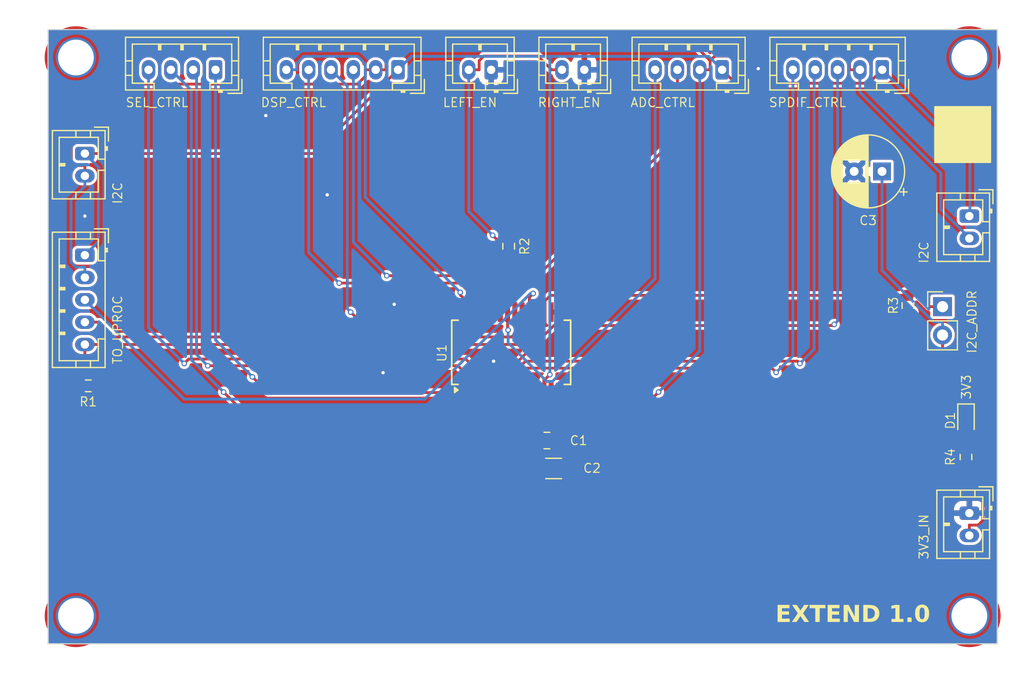
<source format=kicad_pcb>
(kicad_pcb (version 20240108) (generator "pcbnew") (generator_version "8.0")
  (layers (0 "F.Cu" signal) (31 "B.Cu" signal) (34 "B.Paste" user) (35 "F.Paste" user) (36 "B.SilkS" user "B.Silkscreen") (37 "F.SilkS" user "F.Silkscreen") (38 "B.Mask" user) (39 "F.Mask" user) (44 "Edge.Cuts" user))
  (net 0 "")
  (net 1 "GND")
  (net 2 "3V3")
  (net 3 "Net-(D1-A)")
  (net 5 "SCL")
  (net 6 "SDA")
  (net 8 "ADC_GPIO1")
  (net 9 "ADC_INT")
  (net 10 "A2")
  (net 11 "INTB")
  (net 12 "INTA")
  (net 13 "SPDIF_RESET")
  (net 14 "CHANSEL2")
  (net 15 "CHANSEL1")
  (net 16 "CHANSEL4")
  (net 17 "CHANSEL3")
  (net 18 "DSP_EN3")
  (net 19 "DSP_EN2")
  (net 20 "DSP_EN1")
  (net 21 "RESET")
  (net 22 "SPDIF_INT1")
  (net 23 "SPDIF_INT2")
  (net 24 "DSP_BOOT")
  (net 27 "MONOBLOCK_ENABLE")
  (footprint "Connector_JST:JST_PH_B6B-PH-K_1x06_P2.00mm_Vertical" (layer "F.Cu") (at 117.24 67.1 180)
    (property "Reference" "J4" (hide yes))
    (property "Value" "Conn_01x06_Pin")
    (pad "1" thru_hole roundrect (at 0 0 180) (size 1.2 1.75) (drill 0.75) (layers "*.Cu" "*.Mask") (roundrect_rratio 0.208333) (net 5 "SCL"))
    (pad "2" thru_hole oval (at 2 0 180) (size 1.2 1.75) (drill 0.75) (layers "*.Cu" "*.Mask") (net 6 "SDA"))
    (pad "3" thru_hole oval (at 4 0 180) (size 1.2 1.75) (drill 0.75) (layers "*.Cu" "*.Mask") (net 20 "DSP_EN1"))
    (pad "4" thru_hole oval (at 6 0 180) (size 1.2 1.75) (drill 0.75) (layers "*.Cu" "*.Mask") (net 19 "DSP_EN2"))
    (pad "5" thru_hole oval (at 8 0 180) (size 1.2 1.75) (drill 0.75) (layers "*.Cu" "*.Mask") (net 18 "DSP_EN3"))
    (pad "6" thru_hole oval (at 10 0 180) (size 1.2 1.75) (drill 0.75) (layers "*.Cu" "*.Mask") (net 24 "DSP_BOOT"))
  )
  (footprint "Connector_JST:JST_PH_B5B-PH-K_1x05_P2.00mm_Vertical" (layer "F.Cu") (at 89.2 83.7 -90)
    (property "Reference" "J2" (hide yes))
    (property "Value" "Conn_01x05_Pin")
    (pad "1" thru_hole roundrect (at 0 0 270) (size 1.2 1.75) (drill 0.75) (layers "*.Cu" "*.Mask") (roundrect_rratio 0.2083333333) (net 5 "SCL"))
    (pad "2" thru_hole oval (at 2 0 270) (size 1.2 1.75) (drill 0.75) (layers "*.Cu" "*.Mask") (net 6 "SDA"))
    (pad "3" thru_hole oval (at 4 0 270) (size 1.2 1.75) (drill 0.75) (layers "*.Cu" "*.Mask") (net 11 "INTB"))
    (pad "4" thru_hole oval (at 6 0 270) (size 1.2 1.75) (drill 0.75) (layers "*.Cu" "*.Mask") (net 12 "INTA"))
    (pad "5" thru_hole oval (at 8 0 270) (size 1.2 1.75) (drill 0.75) (layers "*.Cu" "*.Mask") (net 21 "RESET"))
  )
  (footprint "Capacitor_THT:CP_Radial_D6.3mm_P2.50mm" (layer "F.Cu") (at 160.5824 76.2 180)
    (property "Reference" "C3" (at 1.25 -4.4 0) (layer "F.SilkS") (effects (font (size 0.8 0.8) (thickness 0.1))))
    (property "Value" "470u 10V")
    (pad "1" thru_hole rect (at 0 0 180) (size 1.6 1.6) (drill 0.8) (layers "*.Cu" "*.Mask") (net 2 "3V3"))
    (pad "2" thru_hole circle (at 2.5 0 180) (size 1.6 1.6) (drill 0.8) (layers "*.Cu" "*.Mask") (net 1 "GND"))
  )
  (footprint "MountingHole:MountingHole_3.2mm_M3_DIN965_Pad_TopOnly" (layer "F.Cu") (at 88.4 66 90)
    (property "Reference" "H1" (hide yes))
    (property "Value" "MountingHole")
    (pad "1" thru_hole circle (at 0 0 90) (size 3.6 3.6) (drill 3.2) (layers "*.Cu" "*.Mask"))
    (pad "1" connect circle (at 0 0 90) (size 5.6 5.6) (layers "F.Cu" "F.Mask"))
  )
  (footprint "MountingHole:MountingHole_3.2mm_M3_DIN965_Pad_TopOnly" (layer "F.Cu") (at 88.4 116 90)
    (property "Reference" "H2" (hide yes))
    (property "Value" "MountingHole")
    (pad "1" thru_hole circle (at 0 0 90) (size 3.6 3.6) (drill 3.2) (layers "*.Cu" "*.Mask"))
    (pad "1" connect circle (at 0 0 90) (size 5.6 5.6) (layers "F.Cu" "F.Mask"))
  )
  (footprint "MountingHole:MountingHole_3.2mm_M3_DIN965_Pad_TopOnly" (layer "F.Cu") (at 168.4 66 90)
    (property "Reference" "H3" (hide yes))
    (property "Value" "MountingHole")
    (pad "1" thru_hole circle (at 0 0 90) (size 3.6 3.6) (drill 3.2) (layers "*.Cu" "*.Mask"))
    (pad "1" connect circle (at 0 0 90) (size 5.6 5.6) (layers "F.Cu" "F.Mask"))
  )
  (footprint "Connector_JST:JST_PH_B2B-PH-K_1x02_P2.00mm_Vertical" (layer "F.Cu") (at 89.2 74.6 -90)
    (property "Reference" "J1" (hide yes))
    (property "Value" "Conn_01x02_Male")
    (pad "1" thru_hole roundrect (at 0 0 270) (size 1.2 1.75) (drill 0.75) (layers "*.Cu" "*.Mask") (roundrect_rratio 0.208333) (net 5 "SCL"))
    (pad "2" thru_hole oval (at 2 0 270) (size 1.2 1.75) (drill 0.75) (layers "*.Cu" "*.Mask") (net 6 "SDA"))
  )
  (footprint "Connector_JST:JST_PH_B5B-PH-K_1x05_P2.00mm_Vertical" (layer "F.Cu") (at 160.6 67.1 180)
    (property "Reference" "J8" (hide yes))
    (property "Value" "Conn_01x05_Pin")
    (pad "1" thru_hole roundrect (at 0 0 180) (size 1.2 1.75) (drill 0.75) (layers "*.Cu" "*.Mask") (roundrect_rratio 0.208333) (net 5 "SCL"))
    (pad "2" thru_hole oval (at 2 0 180) (size 1.2 1.75) (drill 0.75) (layers "*.Cu" "*.Mask") (net 6 "SDA"))
    (pad "3" thru_hole oval (at 4 0 180) (size 1.2 1.75) (drill 0.75) (layers "*.Cu" "*.Mask") (net 22 "SPDIF_INT1"))
    (pad "4" thru_hole oval (at 6 0 180) (size 1.2 1.75) (drill 0.75) (layers "*.Cu" "*.Mask") (net 23 "SPDIF_INT2"))
    (pad "5" thru_hole oval (at 8 0 180) (size 1.2 1.75) (drill 0.75) (layers "*.Cu" "*.Mask") (net 13 "SPDIF_RESET"))
  )
  (footprint "Connector_JST:JST_PH_B4B-PH-K_1x04_P2.00mm_Vertical" (layer "F.Cu") (at 100.9 67.1 180)
    (property "Reference" "J3" (hide yes))
    (property "Value" "Conn_01x04_Pin")
    (pad "1" thru_hole roundrect (at 0 0 180) (size 1.2 1.75) (drill 0.75) (layers "*.Cu" "*.Mask") (roundrect_rratio 0.208333) (net 15 "CHANSEL1"))
    (pad "2" thru_hole oval (at 2 0 180) (size 1.2 1.75) (drill 0.75) (layers "*.Cu" "*.Mask") (net 14 "CHANSEL2"))
    (pad "3" thru_hole oval (at 4 0 180) (size 1.2 1.75) (drill 0.75) (layers "*.Cu" "*.Mask") (net 17 "CHANSEL3"))
    (pad "4" thru_hole oval (at 6 0 180) (size 1.2 1.75) (drill 0.75) (layers "*.Cu" "*.Mask") (net 16 "CHANSEL4"))
  )
  (footprint "Connector_JST:JST_PH_B2B-PH-K_1x02_P2.00mm_Vertical" (layer "F.Cu") (at 125.58 67.1 180)
    (property "Reference" "J5" (hide yes))
    (property "Value" "Conn_01x02_Male")
    (pad "1" thru_hole roundrect (at 0 0 180) (size 1.2 1.75) (drill 0.75) (layers "*.Cu" "*.Mask") (roundrect_rratio 0.208333) (net 1 "GND"))
    (pad "2" thru_hole oval (at 2 0 180) (size 1.2 1.75) (drill 0.75) (layers "*.Cu" "*.Mask") (net 27 "MONOBLOCK_ENABLE"))
  )
  (footprint "Connector_JST:JST_PH_B4B-PH-K_1x04_P2.00mm_Vertical" (layer "F.Cu") (at 146.26 67.1 180)
    (property "Reference" "J7" (hide yes))
    (property "Value" "Conn_01x04_Pin")
    (pad "1" thru_hole roundrect (at 0 0 180) (size 1.2 1.75) (drill 0.75) (layers "*.Cu" "*.Mask") (roundrect_rratio 0.208333) (net 5 "SCL"))
    (pad "2" thru_hole oval (at 2 0 180) (size 1.2 1.75) (drill 0.75) (layers "*.Cu" "*.Mask") (net 6 "SDA"))
    (pad "3" thru_hole oval (at 4 0 180) (size 1.2 1.75) (drill 0.75) (layers "*.Cu" "*.Mask") (net 8 "ADC_GPIO1"))
    (pad "4" thru_hole oval (at 6 0 180) (size 1.2 1.75) (drill 0.75) (layers "*.Cu" "*.Mask") (net 9 "ADC_INT"))
  )
  (footprint "Resistor_SMD:R_0603_1608Metric_Pad0.98x0.95mm_HandSolder" (layer "F.Cu") (at 127.15 82.9 -90)
    (property "Reference" "R2" (at 0 -1.43 90) (layer "F.SilkS") (effects (font (size 0.8 0.8) (thickness 0.1))))
    (property "Value" "4.7K")
    (pad "1" smd roundrect (at -0.9125 0 270) (size 0.975 0.95) (layers "F.Cu" "F.Paste" "F.Mask") (net 1 "GND"))
    (pad "2" smd roundrect (at 0.9125 0 270) (size 0.975 0.95) (layers "F.Cu" "F.Paste" "F.Mask") (net 27 "MONOBLOCK_ENABLE"))
  )
  (footprint "Resistor_SMD:R_0603_1608Metric" (layer "F.Cu") (at 168.1 101.775 -90)
    (property "Reference" "R4" (at 0 1.4 90) (layer "F.SilkS") (effects (font (size 0.8 0.8) (thickness 0.1))))
    (property "Value" "150R")
    (pad "1" smd roundrect (at -0.825 0 270) (size 0.8 0.95) (layers "F.Cu" "F.Paste" "F.Mask") (net 3 "Net-(D1-A)"))
    (pad "2" smd roundrect (at 0.825 0 270) (size 0.8 0.95) (layers "F.Cu" "F.Paste" "F.Mask") (net 2 "3V3"))
  )
  (footprint "Connector_JST:JST_PH_B2B-PH-K_1x02_P2.00mm_Vertical" (layer "F.Cu") (at 168.4 80.2 -90)
    (property "Reference" "J10" (hide yes))
    (property "Value" "Conn_01x02_Male")
    (pad "1" thru_hole roundrect (at 0 0 270) (size 1.2 1.75) (drill 0.75) (layers "*.Cu" "*.Mask") (roundrect_rratio 0.208333) (net 5 "SCL"))
    (pad "2" thru_hole oval (at 2 0 270) (size 1.2 1.75) (drill 0.75) (layers "*.Cu" "*.Mask") (net 6 "SDA"))
  )
  (footprint "Connector_JST:JST_PH_B2B-PH-K_1x02_P2.00mm_Vertical" (layer "F.Cu") (at 133.92 67.1 180)
    (property "Reference" "J6" (hide yes))
    (property "Value" "Conn_01x02_Male")
    (pad "1" thru_hole roundrect (at 0 0 180) (size 1.2 1.75) (drill 0.75) (layers "*.Cu" "*.Mask") (roundrect_rratio 0.208333) (net 1 "GND"))
    (pad "2" thru_hole oval (at 2 0 180) (size 1.2 1.75) (drill 0.75) (layers "*.Cu" "*.Mask") (net 27 "MONOBLOCK_ENABLE"))
  )
  (footprint "Capacitor_SMD:C_0805_2012Metric_Pad1.18x1.45mm_HandSolder" (layer "F.Cu") (at 130.575 100.3 180)
    (property "Reference" "C1" (at -2.8375 0 0) (layer "F.SilkS") (effects (font (size 0.8 0.8) (thickness 0.1))))
    (property "Value" "0.1u")
    (pad "1" smd roundrect (at -1.0375 0 180) (size 1.175 1.45) (layers "F.Cu" "F.Paste" "F.Mask") (roundrect_rratio 0.2127659574) (net 1 "GND"))
    (pad "2" smd roundrect (at 1.0375 0 180) (size 1.175 1.45) (layers "F.Cu" "F.Paste" "F.Mask") (roundrect_rratio 0.2127659574) (net 2 "3V3"))
  )
  (footprint "Connector_JST:JST_PH_B2B-PH-K_1x02_P2.00mm_Vertical" (layer "F.Cu") (at 168.4 106.8 -90)
    (property "Reference" "J11" (hide yes))
    (property "Value" "Conn_01x02_Pin")
    (pad "1" thru_hole roundrect (at 0 0 270) (size 1.2 1.75) (drill 0.75) (layers "*.Cu" "*.Mask") (roundrect_rratio 0.208333) (net 1 "GND"))
    (pad "2" thru_hole oval (at 2 0 270) (size 1.2 1.75) (drill 0.75) (layers "*.Cu" "*.Mask") (net 2 "3V3"))
  )
  (footprint "Resistor_SMD:R_0603_1608Metric_Pad0.98x0.95mm_HandSolder" (layer "F.Cu") (at 89.5 95.4 180)
    (property "Reference" "R1" (at 0 -1.43 0) (layer "F.SilkS") (effects (font (size 0.8 0.8) (thickness 0.1))))
    (property "Value" "4.7K")
    (pad "1" smd roundrect (at -0.9125 0 180) (size 0.975 0.95) (layers "F.Cu" "F.Paste" "F.Mask") (net 1 "GND"))
    (pad "2" smd roundrect (at 0.9125 0 180) (size 0.975 0.95) (layers "F.Cu" "F.Paste" "F.Mask") (net 21 "RESET"))
  )
  (footprint "Capacitor_SMD:C_1206_3216Metric_Pad1.33x1.80mm_HandSolder" (layer "F.Cu") (at 131.175 102.8 180)
    (property "Reference" "C2" (at -3.4375 0.02 0) (layer "F.SilkS") (effects (font (size 0.8 0.8) (thickness 0.1))))
    (property "Value" "10U")
    (pad "1" smd roundrect (at -1.5625 0 180) (size 1.325 1.8) (layers "F.Cu" "F.Paste" "F.Mask") (roundrect_rratio 0.1886792453) (net 1 "GND"))
    (pad "2" smd roundrect (at 1.5625 0 180) (size 1.325 1.8) (layers "F.Cu" "F.Paste" "F.Mask") (roundrect_rratio 0.1886792453) (net 2 "3V3"))
  )
  (footprint "LED_SMD:LED_0603_1608Metric" (layer "F.Cu") (at 168.1 98.5125 -90)
    (property "Reference" "D1" (at 0 1.4 90) (layer "F.SilkS") (effects (font (size 0.8 0.8) (thickness 0.1))))
    (property "Value" "BLUE")
    (pad "1" smd roundrect (at -0.7875 0 270) (size 0.875 0.95) (layers "F.Cu" "F.Paste" "F.Mask") (net 1 "GND"))
    (pad "2" smd roundrect (at 0.7875 0 270) (size 0.875 0.95) (layers "F.Cu" "F.Paste" "F.Mask") (net 3 "Net-(D1-A)"))
  )
  (footprint "MountingHole:MountingHole_3.2mm_M3_DIN965_Pad_TopOnly" (layer "F.Cu") (at 168.4 116 90)
    (property "Reference" "H4" (hide yes))
    (property "Value" "MountingHole")
    (pad "1" thru_hole circle (at 0 0 90) (size 3.6 3.6) (drill 3.2) (layers "*.Cu" "*.Mask"))
    (pad "1" connect circle (at 0 0 90) (size 5.6 5.6) (layers "F.Cu" "F.Mask"))
  )
  (footprint "Connector_PinHeader_2.54mm:PinHeader_1x02_P2.54mm_Vertical" (layer "F.Cu") (at 166 88.3125)
    (property "Reference" "J9" (hide yes))
    (property "Value" "Conn_01x02_Pin")
    (pad "1" thru_hole rect (at 0 0) (size 1.7 1.7) (drill 1) (layers "*.Cu" "*.Mask") (net 10 "A2"))
    (pad "2" thru_hole oval (at 0 2.54) (size 1.7 1.7) (drill 1) (layers "*.Cu" "*.Mask") (net 2 "3V3"))
  )
  (footprint "Package_SO:SSOP-28_5.3x10.2mm_P0.65mm" (layer "F.Cu") (at 127.375 92.4 90)
    (property "Reference" "U1" (at -0.0625 -6.2 90) (layer "F.SilkS") (effects (font (size 0.8 0.8) (thickness 0.1))))
    (property "Value" "MCP23017_SS")
    (pad "1" smd rect (at -3.6 -4.225 90) (size 1.75 0.45) (layers "F.Cu" "F.Paste" "F.Mask") (net 15 "CHANSEL1"))
    (pad "2" smd rect (at -3.6 -3.575 90) (size 1.75 0.45) (layers "F.Cu" "F.Paste" "F.Mask") (net 14 "CHANSEL2"))
    (pad "3" smd rect (at -3.6 -2.925 90) (size 1.75 0.45) (layers "F.Cu" "F.Paste" "F.Mask") (net 17 "CHANSEL3"))
    (pad "4" smd rect (at -3.6 -2.275 90) (size 1.75 0.45) (layers "F.Cu" "F.Paste" "F.Mask") (net 16 "CHANSEL4"))
    (pad "5" smd rect (at -3.6 -1.625 90) (size 1.75 0.45) (layers "F.Cu" "F.Paste" "F.Mask"))
    (pad "6" smd rect (at -3.6 -0.975 90) (size 1.75 0.45) (layers "F.Cu" "F.Paste" "F.Mask") (net 22 "SPDIF_INT1"))
    (pad "7" smd rect (at -3.6 -0.325 90) (size 1.75 0.45) (layers "F.Cu" "F.Paste" "F.Mask") (net 23 "SPDIF_INT2"))
    (pad "8" smd rect (at -3.6 0.325 90) (size 1.75 0.45) (layers "F.Cu" "F.Paste" "F.Mask") (net 13 "SPDIF_RESET"))
    (pad "9" smd rect (at -3.6 0.975 90) (size 1.75 0.45) (layers "F.Cu" "F.Paste" "F.Mask") (net 2 "3V3"))
    (pad "10" smd rect (at -3.6 1.625 90) (size 1.75 0.45) (layers "F.Cu" "F.Paste" "F.Mask") (net 1 "GND"))
    (pad "11" smd rect (at -3.6 2.275 90) (size 1.75 0.45) (layers "F.Cu" "F.Paste" "F.Mask"))
    (pad "12" smd rect (at -3.6 2.925 90) (size 1.75 0.45) (layers "F.Cu" "F.Paste" "F.Mask") (net 5 "SCL"))
    (pad "13" smd rect (at -3.6 3.575 90) (size 1.75 0.45) (layers "F.Cu" "F.Paste" "F.Mask") (net 6 "SDA"))
    (pad "14" smd rect (at -3.6 4.225 90) (size 1.75 0.45) (layers "F.Cu" "F.Paste" "F.Mask"))
    (pad "15" smd rect (at 3.6 4.225 90) (size 1.75 0.45) (layers "F.Cu" "F.Paste" "F.Mask") (net 1 "GND"))
    (pad "16" smd rect (at 3.6 3.575 90) (size 1.75 0.45) (layers "F.Cu" "F.Paste" "F.Mask") (net 1 "GND"))
    (pad "17" smd rect (at 3.6 2.925 90) (size 1.75 0.45) (layers "F.Cu" "F.Paste" "F.Mask") (net 10 "A2"))
    (pad "18" smd rect (at 3.6 2.275 90) (size 1.75 0.45) (layers "F.Cu" "F.Paste" "F.Mask") (net 21 "RESET"))
    (pad "19" smd rect (at 3.6 1.625 90) (size 1.75 0.45) (layers "F.Cu" "F.Paste" "F.Mask") (net 11 "INTB"))
    (pad "20" smd rect (at 3.6 0.975 90) (size 1.75 0.45) (layers "F.Cu" "F.Paste" "F.Mask") (net 12 "INTA"))
    (pad "21" smd rect (at 3.6 0.325 90) (size 1.75 0.45) (layers "F.Cu" "F.Paste" "F.Mask") (net 8 "ADC_GPIO1"))
    (pad "22" smd rect (at 3.6 -0.325 90) (size 1.75 0.45) (layers "F.Cu" "F.Paste" "F.Mask") (net 9 "ADC_INT"))
    (pad "23" smd rect (at 3.6 -0.975 90) (size 1.75 0.45) (layers "F.Cu" "F.Paste" "F.Mask") (net 27 "MONOBLOCK_ENABLE"))
    (pad "24" smd rect (at 3.6 -1.625 90) (size 1.75 0.45) (layers "F.Cu" "F.Paste" "F.Mask"))
    (pad "25" smd rect (at 3.6 -2.275 90) (size 1.75 0.45) (layers "F.Cu" "F.Paste" "F.Mask") (net 20 "DSP_EN1"))
    (pad "26" smd rect (at 3.6 -2.925 90) (size 1.75 0.45) (layers "F.Cu" "F.Paste" "F.Mask") (net 19 "DSP_EN2"))
    (pad "27" smd rect (at 3.6 -3.575 90) (size 1.75 0.45) (layers "F.Cu" "F.Paste" "F.Mask") (net 18 "DSP_EN3"))
    (pad "28" smd rect (at 3.6 -4.225 90) (size 1.75 0.45) (layers "F.Cu" "F.Paste" "F.Mask") (net 24 "DSP_BOOT"))
  )
  (footprint "Resistor_SMD:R_0603_1608Metric_Pad0.98x0.95mm_HandSolder" (layer "F.Cu") (at 162.9 88.2125 -90)
    (property "Reference" "R3" (at 0 1.3 90) (layer "F.SilkS") (effects (font (size 0.8 0.8) (thickness 0.1))))
    (property "Value" "4.7K")
    (pad "1" smd roundrect (at -0.9125 0 270) (size 0.975 0.95) (layers "F.Cu" "F.Paste" "F.Mask") (net 10 "A2"))
    (pad "2" smd roundrect (at 0.9125 0 270) (size 0.975 0.95) (layers "F.Cu" "F.Paste" "F.Mask") (net 1 "GND"))
  )
  (gr_rect (start 165.3 70.4) (end 170.3 75.4) (stroke (width 0.1)) (fill solid) (layer "F.SilkS"))
  (gr_line (start 170.9 63.5) (end 170.9 118.5) (stroke (width 0.1)) (layer "Edge.Cuts"))
  (gr_line (start 85.9 63.5) (end 170.9 63.5) (stroke (width 0.1)) (layer "Edge.Cuts"))
  (gr_line (start 85.9 118.5) (end 85.9 63.5) (stroke (width 0.1)) (layer "Edge.Cuts"))
  (gr_line (start 170.9 118.5) (end 85.9 118.5) (stroke (width 0.1)) (layer "Edge.Cuts"))
  (gr_text "ADC_CTRL" (at 138 70.5 0) (layer "F.SilkS") (effects (font (size 0.8 0.8) (thickness 0.1)) (justify left bottom)))
  (gr_text "RIGHT_EN\n" (at 129.7 70.5 0) (layer "F.SilkS") (effects (font (size 0.8 0.8) (thickness 0.1)) (justify left bottom)))
  (gr_text "3V3" (at 168.599979 96.675 90) (layer "F.SilkS") (effects (font (size 0.8 0.8) (thickness 0.1)) (justify left bottom)))
  (gr_text "SPDIF_CTRL" (at 150.4 70.5 0) (layer "F.SilkS") (effects (font (size 0.8 0.8) (thickness 0.1)) (justify left bottom)))
  (gr_text "LEFT_EN" (at 121.2 70.5 0) (layer "F.SilkS") (effects (font (size 0.8 0.8) (thickness 0.1)) (justify left bottom)))
  (gr_text "SEL_CTRL" (at 92.8 70.5 0) (layer "F.SilkS") (effects (font (size 0.8 0.8) (thickness 0.1)) (justify left bottom)))
  (gr_text "I2C" (at 92.6 79.1833 90) (layer "F.SilkS") (effects (font (size 0.8 0.8) (thickness 0.1)) (justify left bottom)))
  (gr_text "I2C_ADDR" (at 169.1 92.5525 90) (layer "F.SilkS") (effects (font (size 0.8 0.8) (thickness 0.1)) (justify left bottom)))
  (gr_text "I2C" (at 164.8 84.5 90) (layer "F.SilkS") (effects (font (size 0.8 0.8) (thickness 0.1)) (justify left bottom)))
  (gr_text "3V3_IN" (at 164.8 111 90) (layer "F.SilkS") (effects (font (size 0.8 0.8) (thickness 0.1)) (justify left bottom)))
  (gr_text "EXTEND 1.0" (at 164.9 116.8 0) (layer "F.SilkS") (effects (font (size 1.5 1.5) (thickness 0.1) (bold yes)) (justify right bottom)))
  (gr_text "DSP_CTRL" (at 104.9 70.5 0) (layer "F.SilkS") (effects (font (size 0.8 0.8) (thickness 0.1)) (justify left bottom)))
  (gr_text "TO_UPROC" (at 92.6 93.525 90) (layer "F.SilkS") (effects (font (size 0.8 0.8) (thickness 0.1)) (justify left bottom)))
  (via (at 116.9 88.1) (size 0.5) (drill 0.3) (layers "F.Cu" "B.Cu") (net 1))
  (via (at 115.9 94.225) (size 0.5) (drill 0.3) (layers "F.Cu" "B.Cu") (net 1))
  (via (at 149.5 67) (size 0.5) (drill 0.3) (layers "F.Cu" "B.Cu") (net 1))
  (via (at 105.4 71.2) (size 0.5) (drill 0.3) (layers "F.Cu" "B.Cu") (net 1))
  (via (at 125.8 93.2) (size 0.5) (drill 0.3) (layers "F.Cu" "B.Cu") (net 1))
  (via (at 110.9 78.3) (size 0.5) (drill 0.3) (layers "F.Cu" "B.Cu") (net 1))
  (via (at 89.2 80.2) (size 0.5) (drill 0.3) (layers "F.Cu" "B.Cu") (net 1))
  (segment (start 169.6068 104.1068) (end 168.1 102.6) (width 0.25) (layer "F.Cu") (net 2))
  (segment (start 164.9725 99.246) (end 129.5375 99.246) (width 0.25) (layer "F.Cu") (net 2))
  (segment (start 164.9725 93.0567) (end 166 92.0292) (width 0.25) (layer "F.Cu") (net 2))
  (segment (start 168.4 108.8) (end 168.4 107.8733) (width 0.25) (layer "F.Cu") (net 2))
  (segment (start 129.5375 100.3) (end 129.5375 99.246) (width 0.25) (layer "F.Cu") (net 2))
  (segment (start 129.5375 99.246) (end 128.35 98.0585) (width 0.25) (layer "F.Cu") (net 2))
  (segment (start 128.35 98.0585) (end 128.35 96) (width 0.25) (layer "F.Cu") (net 2))
  (segment (start 166 90.8525) (end 166 92.0292) (width 0.25) (layer "F.Cu") (net 2))
  (segment (start 168.1 102.6) (end 164.9725 99.4725) (width 0.25) (layer "F.Cu") (net 2))
  (segment (start 164.9725 99.246) (end 164.9725 93.0567) (width 0.25) (layer "F.Cu") (net 2))
  (segment (start 129.5375 102.725) (end 129.5375 100.3) (width 0.25) (layer "F.Cu") (net 2))
  (segment (start 169.1929 107.8733) (end 169.6068 107.4594) (width 0.25) (layer "F.Cu") (net 2))
  (segment (start 164.9725 99.4725) (end 164.9725 99.246) (width 0.25) (layer "F.Cu") (net 2))
  (segment (start 169.6068 107.4594) (end 169.6068 104.1068) (width 0.25) (layer "F.Cu") (net 2))
  (segment (start 168.4 107.8733) (end 169.1929 107.8733) (width 0.25) (layer "F.Cu") (net 2))
  (segment (start 166 89.6758) (end 165.191 89.6758) (width 0.25) (layer "B.Cu") (net 2))
  (segment (start 160.5824 85.0672) (end 160.5824 76.2) (width 0.25) (layer "B.Cu") (net 2))
  (segment (start 166 90.8525) (end 166 89.6758) (width 0.25) (layer "B.Cu") (net 2))
  (segment (start 165.191 89.6758) (end 160.5824 85.0672) (width 0.25) (layer "B.Cu") (net 2))
  (segment (start 168.1 99.3) (end 168.1 100.95) (width 0.25) (layer "F.Cu") (net 3))
  (segment (start 146.26 67.1) (end 147.4659 68.3059) (width 0.25) (layer "F.Cu") (net 5))
  (segment (start 109.74 74.6) (end 117.24 67.1) (width 0.25) (layer "F.Cu") (net 5))
  (segment (start 130.3 96) (end 130.3 94.7983) (width 0.25) (layer "F.Cu") (net 5))
  (segment (start 130.43 94.7983) (end 130.8346 94.3937) (width 0.25) (layer "F.Cu") (net 5))
  (segment (start 147.4659 68.3059) (end 159.3941 68.3059) (width 0.25) (layer "F.Cu") (net 5))
  (segment (start 130.3 94.7983) (end 130.43 94.7983) (width 0.25) (layer "F.Cu") (net 5))
  (segment (start 159.3941 68.3059) (end 160.6 67.1) (width 0.25) (layer "F.Cu") (net 5))
  (segment (start 89.2 74.6) (end 109.74 74.6) (width 0.25) (layer "F.Cu") (net 5))
  (via (at 130.8346 94.3937) (size 0.5) (drill 0.3) (layers "F.Cu" "B.Cu") (net 5))
  (segment (start 130.8346 65.8973) (end 118.4427 65.8973) (width 0.25) (layer "B.Cu") (net 5))
  (segment (start 160.6 67.1) (end 168.45 74.95) (width 0.25) (layer "B.Cu") (net 5))
  (segment (start 118.4427 65.8973) (end 117.24 67.1) (width 0.25) (layer "B.Cu") (net 5))
  (segment (start 90.4095 75.8095) (end 90.4095 82.4905) (width 0.25) (layer "B.Cu") (net 5))
  (segment (start 130.8346 94.3937) (end 130.8346 65.8973) (width 0.25) (layer "B.Cu") (net 5))
  (segment (start 145.0573 65.8973) (end 130.8346 65.8973) (width 0.25) (layer "B.Cu") (net 5))
  (segment (start 146.26 67.1) (end 145.0573 65.8973) (width 0.25) (layer "B.Cu") (net 5))
  (segment (start 89.2 74.6) (end 90.4095 75.8095) (width 0.25) (layer "B.Cu") (net 5))
  (segment (start 168.45 74.95) (end 168.45 80.2) (width 0.25) (layer "B.Cu") (net 5))
  (segment (start 90.4095 82.4905) (end 89.2 83.7) (width 0.25) (layer "B.Cu") (net 5))
  (segment (start 88.3891 75.6733) (end 87.9881 75.2723) (width 0.25) (layer "F.Cu") (net 6))
  (segment (start 143.2976 64.4) (end 118.0558 64.4) (width 0.25) (layer "F.Cu") (net 6))
  (segment (start 114.3133 67.6792) (end 114.3133 67.1) (width 0.25) (layer "F.Cu") (net 6))
  (segment (start 116.1667 66.2891) (end 116.1667 67.1) (width 0.25) (layer "F.Cu") (net 6))
  (segment (start 145.5972 65.8786) (end 157.0311 65.8786) (width 0.25) (layer "F.Cu") (net 6))
  (segment (start 158.6 67.1) (end 157.6733 67.1) (width 0.25) (layer "F.Cu") (net 6))
  (segment (start 93.5634 68.3851) (end 113.6074 68.3851) (width 0.25) (layer "F.Cu") (net 6))
  (segment (start 130.95 96) (end 130.95 97.2017) (width 0.25) (layer "F.Cu") (net 6))
  (segment (start 89.2 75.6733) (end 88.3891 75.6733) (width 0.25) (layer "F.Cu") (net 6))
  (segment (start 113.6074 68.3851) (end 114.3133 67.6792) (width 0.25) (layer "F.Cu") (net 6))
  (segment (start 144.26 67.1) (end 145.1867 67.1) (width 0.25) (layer "F.Cu") (net 6))
  (segment (start 87.9881 75.2723) (end 87.9881 73.9604) (width 0.25) (layer "F.Cu") (net 6))
  (segment (start 145.1867 66.2891) (end 143.2976 64.4) (width 0.25) (layer "F.Cu") (net 6))
  (segment (start 118.0558 64.4) (end 116.1667 66.2891) (width 0.25) (layer "F.Cu") (net 6))
  (segment (start 130.95 97.2017) (end 139.3317 97.2017) (width 0.25) (layer "F.Cu") (net 6))
  (segment (start 116.1667 67.1) (end 115.24 67.1) (width 0.25) (layer "F.Cu") (net 6))
  (segment (start 87.9881 73.9604) (end 93.5634 68.3851) (width 0.25) (layer "F.Cu") (net 6))
  (segment (start 145.1867 67.1) (end 145.1867 66.2891) (width 0.25) (layer "F.Cu") (net 6))
  (segment (start 157.6733 66.5208) (end 157.6733 67.1) (width 0.25) (layer "F.Cu") (net 6))
  (segment (start 157.0311 65.8786) (end 157.6733 66.5208) (width 0.25) (layer "F.Cu") (net 6))
  (segment (start 89.2 76.6) (end 89.2 75.6733) (width 0.25) (layer "F.Cu") (net 6))
  (segment (start 145.1867 66.2891) (end 145.5972 65.8786) (width 0.25) (layer "F.Cu") (net 6))
  (segment (start 115.24 67.1) (end 114.3133 67.1) (width 0.25) (layer "F.Cu") (net 6))
  (segment (start 139.3317 97.2017) (end 140.5718 95.9616) (width 0.25) (layer "F.Cu") (net 6))
  (via (at 140.5718 95.9616) (size 0.5) (drill 0.3) (layers "F.Cu" "B.Cu") (net 6))
  (segment (start 87.9562 78.7705) (end 87.9562 84.3404) (width 0.25) (layer "B.Cu") (net 6))
  (segment (start 89.2 85.7) (end 89.2 84.7733) (width 0.25) (layer "B.Cu") (net 6))
  (segment (start 140.5718 95.9616) (end 144.26 92.2734) (width 0.25) (layer "B.Cu") (net 6))
  (segment (start 89.2 76.6) (end 89.2 77.5267) (width 0.25) (layer "B.Cu") (net 6))
  (segment (start 158.6 67.1) (end 158.6 69.1) (width 0.25) (layer "B.Cu") (net 6))
  (segment (start 165.8491 79.5991) (end 168.45 82.2) (width 0.25) (layer "B.Cu") (net 6))
  (segment (start 87.9562 84.3404) (end 88.3891 84.7733) (width 0.25) (layer "B.Cu") (net 6))
  (segment (start 165.8491 76.3491) (end 165.8491 79.5991) (width 0.25) (layer "B.Cu") (net 6))
  (segment (start 144.26 92.2734) (end 144.26 67.1) (width 0.25) (layer "B.Cu") (net 6))
  (segment (start 89.2 77.5267) (end 87.9562 78.7705) (width 0.25) (layer "B.Cu") (net 6))
  (segment (start 88.3891 84.7733) (end 89.2 84.7733) (width 0.25) (layer "B.Cu") (net 6))
  (segment (start 158.6 69.1) (end 165.8491 76.3491) (width 0.25) (layer "B.Cu") (net 6))
  (segment (start 127.7 87.5983) (end 142.26 73.0383) (width 0.25) (layer "F.Cu") (net 8))
  (segment (start 142.26 73.0383) (end 142.26 67.1) (width 0.25) (layer "F.Cu") (net 8))
  (segment (start 127.7 88.8) (end 127.7 87.5983) (width 0.25) (layer "F.Cu") (net 8))
  (segment (start 127.05 88.8) (end 127.05 90.35) (width 0.25) (layer "F.Cu") (net 9))
  (segment (start 127.05 90.35) (end 127.1 90.4) (width 0.25) (layer "F.Cu") (net 9))
  (via (at 127.1 90.4) (size 0.5) (drill 0.3) (layers "F.Cu" "B.Cu") (net 9))
  (segment (start 127.1 91.5486) (end 127.1 90.4) (width 0.25) (layer "B.Cu") (net 9))
  (segment (start 140.26 85.812) (end 131.0672 95.0048) (width 0.25) (layer "B.Cu") (net 9))
  (segment (start 131.0672 95.0048) (end 130.5562 95.0048) (width 0.25) (layer "B.Cu") (net 9))
  (segment (start 130.5562 95.0048) (end 127.1 91.5486) (width 0.25) (layer "B.Cu") (net 9))
  (segment (start 140.26 67.1) (end 140.26 85.812) (width 0.25) (layer "B.Cu") (net 9))
  (segment (start 130.5555 89.9676) (end 130.3983 89.8104) (width 0.25) (layer "F.Cu") (net 10))
  (segment (start 130.8879 87.3) (end 162.9 87.3) (width 0.25) (layer "F.Cu") (net 10))
  (segment (start 130.5555 90.0002) (end 130.5555 89.9676) (width 0.25) (layer "F.Cu") (net 10))
  (segment (start 130.3983 87.7896) (end 130.8879 87.3) (width 0.25) (layer "F.Cu") (net 10))
  (segment (start 130.3 88.8) (end 130.3 90.0017) (width 0.25) (layer "F.Cu") (net 10))
  (segment (start 130.3 90.0017) (end 130.5539 90.0017) (width 0.25) (layer "F.Cu") (net 10))
  (segment (start 130.3983 89.8104) (end 130.3983 87.7896) (width 0.25) (layer "F.Cu") (net 10))
  (segment (start 163.8108 87.3) (end 164.8233 88.3125) (width 0.25) (layer "F.Cu") (net 10))
  (segment (start 162.9 87.3) (end 163.8108 87.3) (width 0.25) (layer "F.Cu") (net 10))
  (segment (start 166 88.3125) (end 164.8233 88.3125) (width 0.25) (layer "F.Cu") (net 10))
  (segment (start 130.5539 90.0017) (end 130.5554 90.0002) (width 0.25) (layer "F.Cu") (net 10))
  (segment (start 130.5554 90.0002) (end 130.5555 90.0002) (width 0.25) (layer "F.Cu") (net 10))
  (segment (start 129 87.4746) (end 129.346 87.1286) (width 0.25) (layer "F.Cu") (net 11))
  (segment (start 129 88.8) (end 129 87.4746) (width 0.25) (layer "F.Cu") (net 11))
  (via (at 129.346 87.1286) (size 0.5) (drill 0.3) (layers "F.Cu" "B.Cu") (net 11))
  (segment (start 129.089216 87.1286) (end 119.628516 96.5893) (width 0.25) (layer "B.Cu") (net 11))
  (segment (start 129.346 87.1286) (end 129.089216 87.1286) (width 0.25) (layer "B.Cu") (net 11))
  (segment (start 98.0893 96.5893) (end 89.2 87.7) (width 0.25) (layer "B.Cu") (net 11))
  (segment (start 119.628516 96.5893) (end 98.0893 96.5893) (width 0.25) (layer "B.Cu") (net 11))
  (segment (start 91.825 91.025) (end 127.4085 91.025) (width 0.25) (layer "F.Cu") (net 12))
  (segment (start 128.35 90.0835) (end 128.35 88.8) (width 0.25) (layer "F.Cu") (net 12))
  (segment (start 127.4085 91.025) (end 128.35 90.0835) (width 0.25) (layer "F.Cu") (net 12))
  (segment (start 90.5 89.7) (end 91.825 91.025) (width 0.25) (layer "F.Cu") (net 12))
  (segment (start 89.2 89.7) (end 90.5 89.7) (width 0.25) (layer "F.Cu") (net 12))
  (segment (start 127.7 96) (end 127.7 94.7983) (width 0.25) (layer "F.Cu") (net 13))
  (segment (start 150.717 93.817) (end 151.1 94.2) (width 0.25) (layer "F.Cu") (net 13))
  (segment (start 127.7 94.7983) (end 128.6813 93.817) (width 0.25) (layer "F.Cu") (net 13))
  (segment (start 128.6813 93.817) (end 150.717 93.817) (width 0.25) (layer "F.Cu") (net 13))
  (via (at 151.1 94.2) (size 0.5) (drill 0.3) (layers "F.Cu" "B.Cu") (net 13))
  (segment (start 152.6 67.1) (end 152.6 92.7) (width 0.25) (layer "B.Cu") (net 13))
  (segment (start 152.6 92.7) (end 151.1 94.2) (width 0.25) (layer "B.Cu") (net 13))
  (segment (start 123.8 94.7983) (end 122.6017 93.6) (width 0.25) (layer "F.Cu") (net 14))
  (segment (start 123.8 96) (end 123.8 94.7983) (width 0.25) (layer "F.Cu") (net 14))
  (segment (start 122.6017 93.6) (end 100.2 93.6) (width 0.25) (layer "F.Cu") (net 14))
  (via (at 100.2 93.6) (size 0.5) (drill 0.3) (layers "F.Cu" "B.Cu") (net 14))
  (segment (start 99.2 67.4) (end 99.2 92.6) (width 0.25) (layer "B.Cu") (net 14))
  (segment (start 99.2 92.6) (end 100.2 93.6) (width 0.25) (layer "B.Cu") (net 14))
  (segment (start 105.6 96) (end 104.2 94.6) (width 0.25) (layer "F.Cu") (net 15))
  (segment (start 123.15 96) (end 105.6 96) (width 0.25) (layer "F.Cu") (net 15))
  (via (at 104.2 94.6) (size 0.5) (drill 0.3) (layers "F.Cu" "B.Cu") (net 15))
  (segment (start 100.9 91.3) (end 104.2 94.6) (width 0.25) (layer "B.Cu") (net 15))
  (segment (start 100.9 67.1) (end 100.9 91.3) (width 0.25) (layer "B.Cu") (net 15))
  (segment (start 123.3017 93) (end 98.5 93) (width 0.25) (layer "F.Cu") (net 16))
  (segment (start 125.1 96) (end 125.1 94.7983) (width 0.25) (layer "F.Cu") (net 16))
  (segment (start 98.5 93) (end 98.1 93.4) (width 0.25) (layer "F.Cu") (net 16))
  (segment (start 125.1 94.7983) (end 123.3017 93) (width 0.25) (layer "F.Cu") (net 16))
  (via (at 98.1 93.4) (size 0.5) (drill 0.3) (layers "F.Cu" "B.Cu") (net 16))
  (segment (start 94.9 67.1) (end 94.9 90.2) (width 0.25) (layer "B.Cu") (net 16))
  (segment (start 94.9 90.2) (end 98.1 93.4) (width 0.25) (layer "B.Cu") (net 16))
  (segment (start 103.8614 98.2) (end 101.623 95.9616) (width 0.25) (layer "F.Cu") (net 17))
  (segment (start 124.45 98.2) (end 103.8614 98.2) (width 0.25) (layer "F.Cu") (net 17))
  (segment (start 124.45 96) (end 124.45 98.2) (width 0.25) (layer "F.Cu") (net 17))
  (via (at 101.623 95.9616) (size 0.5) (drill 0.3) (layers "F.Cu" "B.Cu") (net 17))
  (segment (start 96.9 67.1) (end 98.725 68.925) (width 0.25) (layer "B.Cu") (net 17))
  (segment (start 98.725 93.0636) (end 101.623 95.9616) (width 0.25) (layer "B.Cu") (net 17))
  (segment (start 98.725 68.925) (end 98.725 93.0636) (width 0.25) (layer "B.Cu") (net 17))
  (segment (start 123.8 88.8) (end 123.8 87.2023) (width 0.25) (layer "F.Cu") (net 18))
  (segment (start 123.8 87.2023) (end 122.7977 86.2) (width 0.25) (layer "F.Cu") (net 18))
  (segment (start 122.7977 86.2) (end 111.9712 86.2) (width 0.25) (layer "F.Cu") (net 18))
  (via (at 111.9712 86.2) (size 0.5) (drill 0.3) (layers "F.Cu" "B.Cu") (net 18))
  (segment (start 109.24 83.4688) (end 109.24 67.1) (width 0.25) (layer "B.Cu") (net 18))
  (segment (start 111.9712 86.2) (end 109.24 83.4688) (width 0.25) (layer "B.Cu") (net 18))
  (segment (start 114.2017 90.0017) (end 113 88.8) (width 0.25) (layer "F.Cu") (net 19))
  (segment (start 124.45 89.925) (end 124.3733 90.0017) (width 0.25) (layer "F.Cu") (net 19))
  (segment (start 124.3733 90.0017) (end 114.2017 90.0017) (width 0.25) (layer "F.Cu") (net 19))
  (segment (start 124.45 88.8) (end 124.45 89.925) (width 0.25) (layer "F.Cu") (net 19))
  (via (at 113 88.8) (size 0.5) (drill 0.3) (layers "F.Cu" "B.Cu") (net 19))
  (segment (start 112.7 68.56) (end 112.7 88.5) (width 0.25) (layer "B.Cu") (net 19))
  (segment (start 112.7 88.5) (end 113 88.8) (width 0.25) (layer "B.Cu") (net 19))
  (segment (start 111.24 67.1) (end 112.7 68.56) (width 0.25) (layer "B.Cu") (net 19))
  (segment (start 125.1 88.8) (end 125.1 87.5983) (width 0.25) (layer "F.Cu") (net 20))
  (segment (start 116.2288 85.5375) (end 123.0392 85.5375) (width 0.25) (layer "F.Cu") (net 20))
  (segment (start 123.0392 85.5375) (end 125.1 87.5983) (width 0.25) (layer "F.Cu") (net 20))
  (via (at 116.2288 85.5375) (size 0.5) (drill 0.3) (layers "F.Cu" "B.Cu") (net 20))
  (segment (start 113.24 82.5487) (end 113.24 67.1) (width 0.25) (layer "B.Cu") (net 20))
  (segment (start 116.2288 85.5375) (end 113.24 82.5487) (width 0.25) (layer "B.Cu") (net 20))
  (segment (start 89.2 94.7875) (end 88.5875 95.4) (width 0.25) (layer "F.Cu") (net 21))
  (segment (start 89.2 91.7) (end 89.2 94.7875) (width 0.25) (layer "F.Cu") (net 21))
  (segment (start 89.2 91.7) (end 90.1 91.7) (width 0.25) (layer "F.Cu") (net 21))
  (segment (start 129.65 90.0017) (end 127.9517 91.7) (width 0.25) (layer "F.Cu") (net 21))
  (segment (start 90.1 91.7) (end 127.9517 91.7) (width 0.25) (layer "F.Cu") (net 21))
  (segment (start 129.65 88.8) (end 129.65 90.0017) (width 0.25) (layer "F.Cu") (net 21))
  (segment (start 126.4 96) (end 126.4 94.7983) (width 0.25) (layer "F.Cu") (net 22))
  (segment (start 126.4 94.7983) (end 131.1983 90) (width 0.25) (layer "F.Cu") (net 22))
  (segment (start 156.2 90) (end 156.3 89.9) (width 0.25) (layer "F.Cu") (net 22))
  (segment (start 131.1983 90) (end 156.2 90) (width 0.25) (layer "F.Cu") (net 22))
  (via (at 156.3 89.9) (size 0.5) (drill 0.3) (layers "F.Cu" "B.Cu") (net 22))
  (segment (start 156.6 67.1) (end 156.6 89.6) (width 0.25) (layer "B.Cu") (net 22))
  (segment (start 156.6 89.6) (end 156.3 89.9) (width 0.25) (layer "B.Cu") (net 22))
  (segment (start 128.6563 93.192) (end 127.05 94.7983) (width 0.25) (layer "F.Cu") (net 23))
  (segment (start 153.2278 93.4) (end 153.0198 93.192) (width 0.25) (layer "F.Cu") (net 23))
  (segment (start 127.05 94.7983) (end 127.05 96) (width 0.25) (layer "F.Cu") (net 23))
  (segment (start 153.0198 93.192) (end 128.6563 93.192) (width 0.25) (layer "F.Cu") (net 23))
  (via (at 153.2278 93.4) (size 0.5) (drill 0.3) (layers "F.Cu" "B.Cu") (net 23))
  (segment (start 153.2278 93.4) (end 154.5 92.1278) (width 0.25) (layer "B.Cu") (net 23))
  (segment (start 154.5 92.1278) (end 154.5 67.2) (width 0.25) (layer "B.Cu") (net 23))
  (segment (start 123.15 87.5983) (end 122.8178 87.2661) (width 0.25) (layer "F.Cu") (net 24))
  (segment (start 123.15 88.8) (end 123.15 87.5983) (width 0.25) (layer "F.Cu") (net 24))
  (segment (start 122.8178 87.2661) (end 122.8178 87.0357) (width 0.25) (layer "F.Cu") (net 24))
  (via (at 122.8178 87.0357) (size 0.5) (drill 0.3) (layers "F.Cu" "B.Cu") (net 24))
  (segment (start 107.24 67.1) (end 108.1667 67.1) (width 0.25) (layer "B.Cu") (net 24))
  (segment (start 114.3133 78.5312) (end 114.3133 66.5706) (width 0.25) (layer "B.Cu") (net 24))
  (segment (start 113.641 65.8983) (end 108.7892 65.8983) (width 0.25) (layer "B.Cu") (net 24))
  (segment (start 108.7892 65.8983) (end 108.1667 66.5208) (width 0.25) (layer "B.Cu") (net 24))
  (segment (start 122.8178 87.0357) (end 114.3133 78.5312) (width 0.25) (layer "B.Cu") (net 24))
  (segment (start 108.1667 66.5208) (end 108.1667 67.1) (width 0.25) (layer "B.Cu") (net 24))
  (segment (start 114.3133 66.5706) (end 113.641 65.8983) (width 0.25) (layer "B.Cu") (net 24))
  (segment (start 131.92 67.1) (end 130.9933 67.1) (width 0.25) (layer "F.Cu") (net 27))
  (segment (start 126.4 88.8) (end 126.4 84.5625) (width 0.25) (layer "F.Cu") (net 27))
  (segment (start 124.5067 67.1) (end 124.5067 66.2891) (width 0.25) (layer "F.Cu") (net 27))
  (segment (start 125.7115 81.9209) (end 127.15 83.3594) (width 0.25) (layer "F.Cu") (net 27))
  (segment (start 126.4 84.5625) (end 127.15 83.8125) (width 0.25) (layer "F.Cu") (net 27))
  (segment (start 123.58 67.1) (end 124.5067 67.1) (width 0.25) (layer "F.Cu") (net 27))
  (segment (start 127.15 83.3594) (end 127.15 83.8125) (width 0.25) (layer "F.Cu") (net 27))
  (segment (start 124.9234 65.8724) (end 129.7657 65.8724) (width 0.25) (layer "F.Cu") (net 27))
  (segment (start 124.5067 66.2891) (end 124.9234 65.8724) (width 0.25) (layer "F.Cu") (net 27))
  (segment (start 129.7657 65.8724) (end 130.9933 67.1) (width 0.25) (layer "F.Cu") (net 27))
  (via (at 125.7115 81.9209) (size 0.5) (drill 0.3) (layers "F.Cu" "B.Cu") (net 27))
  (segment (start 123.58 67.1) (end 123.58 79.7894) (width 0.25) (layer "B.Cu") (net 27))
  (segment (start 123.58 79.7894) (end 125.7115 81.9209) (width 0.25) (layer "B.Cu") (net 27))
  (zone (net 1) (net_name "GND") (layers "F&B.Cu") (connect_pads (clearance 0.25)) (min_thickness 0.25) (fill yes (thermal_gap 0.5) (thermal_bridge_width 0.5))
    (polygon (pts (xy 85.1 62.4) (xy 173.3 62.4) (xy 173.3 119.5) (xy 172.9 119.9) (xy 81.6 119.9) (xy 81.6 65.9)))
  )
)
</source>
